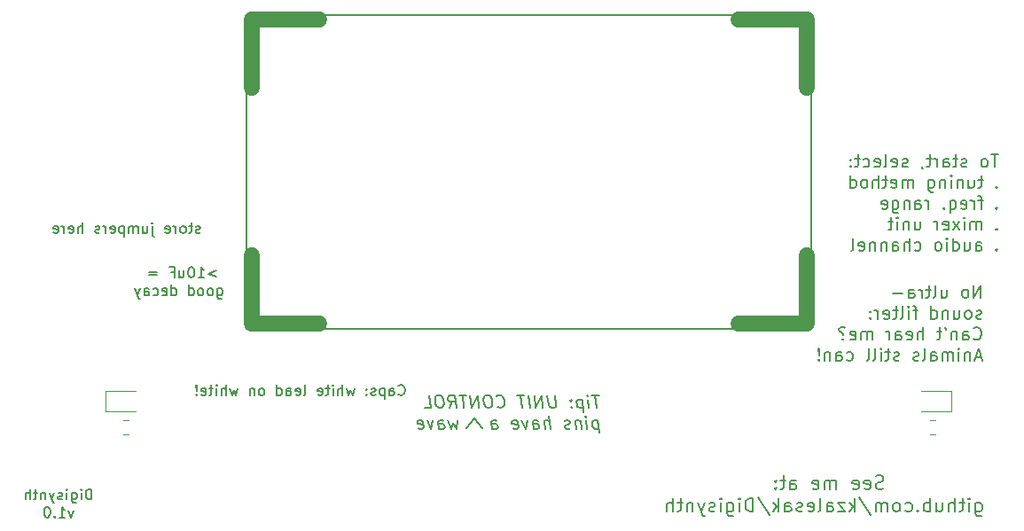
<source format=gbr>
G04 #@! TF.GenerationSoftware,KiCad,Pcbnew,(5.0.0)*
G04 #@! TF.CreationDate,2019-02-22T15:53:22+00:00*
G04 #@! TF.ProjectId,Digisynth,4469676973796E74682E6B696361645F,rev?*
G04 #@! TF.SameCoordinates,Original*
G04 #@! TF.FileFunction,Legend,Bot*
G04 #@! TF.FilePolarity,Positive*
%FSLAX46Y46*%
G04 Gerber Fmt 4.6, Leading zero omitted, Abs format (unit mm)*
G04 Created by KiCad (PCBNEW (5.0.0)) date 02/22/19 15:53:22*
%MOMM*%
%LPD*%
G01*
G04 APERTURE LIST*
%ADD10C,0.200000*%
%ADD11C,0.120000*%
%ADD12C,1.500000*%
%ADD13C,0.150000*%
G04 APERTURE END LIST*
D10*
X44700000Y-39100000D02*
X43900000Y-40000000D01*
X45500000Y-40000000D02*
X44700000Y-39100000D01*
X56598571Y-36842857D02*
X55912857Y-36842857D01*
X56405714Y-38042857D02*
X56255714Y-36842857D01*
X55662857Y-38042857D02*
X55562857Y-37242857D01*
X55512857Y-36842857D02*
X55577142Y-36900000D01*
X55527142Y-36957142D01*
X55462857Y-36900000D01*
X55512857Y-36842857D01*
X55527142Y-36957142D01*
X54991428Y-37242857D02*
X55141428Y-38442857D01*
X54998571Y-37300000D02*
X54877142Y-37242857D01*
X54648571Y-37242857D01*
X54541428Y-37300000D01*
X54491428Y-37357142D01*
X54448571Y-37471428D01*
X54491428Y-37814285D01*
X54562857Y-37928571D01*
X54627142Y-37985714D01*
X54748571Y-38042857D01*
X54977142Y-38042857D01*
X55084285Y-37985714D01*
X53991428Y-37928571D02*
X53941428Y-37985714D01*
X54005714Y-38042857D01*
X54055714Y-37985714D01*
X53991428Y-37928571D01*
X54005714Y-38042857D01*
X53912857Y-37300000D02*
X53862857Y-37357142D01*
X53927142Y-37414285D01*
X53977142Y-37357142D01*
X53912857Y-37300000D01*
X53927142Y-37414285D01*
X52370000Y-36842857D02*
X52491428Y-37814285D01*
X52448571Y-37928571D01*
X52398571Y-37985714D01*
X52291428Y-38042857D01*
X52062857Y-38042857D01*
X51941428Y-37985714D01*
X51877142Y-37928571D01*
X51805714Y-37814285D01*
X51684285Y-36842857D01*
X51262857Y-38042857D02*
X51112857Y-36842857D01*
X50577142Y-38042857D01*
X50427142Y-36842857D01*
X50005714Y-38042857D02*
X49855714Y-36842857D01*
X49455714Y-36842857D02*
X48770000Y-36842857D01*
X49262857Y-38042857D02*
X49112857Y-36842857D01*
X46905714Y-37928571D02*
X46970000Y-37985714D01*
X47148571Y-38042857D01*
X47262857Y-38042857D01*
X47427142Y-37985714D01*
X47527142Y-37871428D01*
X47570000Y-37757142D01*
X47598571Y-37528571D01*
X47577142Y-37357142D01*
X47491428Y-37128571D01*
X47420000Y-37014285D01*
X47291428Y-36900000D01*
X47112857Y-36842857D01*
X46998571Y-36842857D01*
X46834285Y-36900000D01*
X46784285Y-36957142D01*
X46027142Y-36842857D02*
X45798571Y-36842857D01*
X45691428Y-36900000D01*
X45591428Y-37014285D01*
X45562857Y-37242857D01*
X45612857Y-37642857D01*
X45698571Y-37871428D01*
X45827142Y-37985714D01*
X45948571Y-38042857D01*
X46177142Y-38042857D01*
X46284285Y-37985714D01*
X46384285Y-37871428D01*
X46412857Y-37642857D01*
X46362857Y-37242857D01*
X46277142Y-37014285D01*
X46148571Y-36900000D01*
X46027142Y-36842857D01*
X45148571Y-38042857D02*
X44998571Y-36842857D01*
X44462857Y-38042857D01*
X44312857Y-36842857D01*
X43912857Y-36842857D02*
X43227142Y-36842857D01*
X43720000Y-38042857D02*
X43570000Y-36842857D01*
X42291428Y-38042857D02*
X42620000Y-37471428D01*
X42977142Y-38042857D02*
X42827142Y-36842857D01*
X42370000Y-36842857D01*
X42262857Y-36900000D01*
X42212857Y-36957142D01*
X42170000Y-37071428D01*
X42191428Y-37242857D01*
X42262857Y-37357142D01*
X42327142Y-37414285D01*
X42448571Y-37471428D01*
X42905714Y-37471428D01*
X41398571Y-36842857D02*
X41170000Y-36842857D01*
X41062857Y-36900000D01*
X40962857Y-37014285D01*
X40934285Y-37242857D01*
X40984285Y-37642857D01*
X41070000Y-37871428D01*
X41198571Y-37985714D01*
X41320000Y-38042857D01*
X41548571Y-38042857D01*
X41655714Y-37985714D01*
X41755714Y-37871428D01*
X41784285Y-37642857D01*
X41734285Y-37242857D01*
X41648571Y-37014285D01*
X41520000Y-36900000D01*
X41398571Y-36842857D01*
X39948571Y-38042857D02*
X40520000Y-38042857D01*
X40370000Y-36842857D01*
X56477142Y-39242857D02*
X56627142Y-40442857D01*
X56484285Y-39300000D02*
X56362857Y-39242857D01*
X56134285Y-39242857D01*
X56027142Y-39300000D01*
X55977142Y-39357142D01*
X55934285Y-39471428D01*
X55977142Y-39814285D01*
X56048571Y-39928571D01*
X56112857Y-39985714D01*
X56234285Y-40042857D01*
X56462857Y-40042857D01*
X56570000Y-39985714D01*
X55491428Y-40042857D02*
X55391428Y-39242857D01*
X55341428Y-38842857D02*
X55405714Y-38900000D01*
X55355714Y-38957142D01*
X55291428Y-38900000D01*
X55341428Y-38842857D01*
X55355714Y-38957142D01*
X54820000Y-39242857D02*
X54920000Y-40042857D01*
X54834285Y-39357142D02*
X54769999Y-39300000D01*
X54648571Y-39242857D01*
X54477142Y-39242857D01*
X54369999Y-39300000D01*
X54327142Y-39414285D01*
X54405714Y-40042857D01*
X53884285Y-39985714D02*
X53777142Y-40042857D01*
X53548571Y-40042857D01*
X53427142Y-39985714D01*
X53355714Y-39871428D01*
X53348571Y-39814285D01*
X53391428Y-39700000D01*
X53498571Y-39642857D01*
X53670000Y-39642857D01*
X53777142Y-39585714D01*
X53819999Y-39471428D01*
X53812857Y-39414285D01*
X53741428Y-39300000D01*
X53620000Y-39242857D01*
X53448571Y-39242857D01*
X53341428Y-39300000D01*
X51948571Y-40042857D02*
X51798571Y-38842857D01*
X51434285Y-40042857D02*
X51355714Y-39414285D01*
X51398571Y-39300000D01*
X51505714Y-39242857D01*
X51677142Y-39242857D01*
X51798571Y-39300000D01*
X51862857Y-39357142D01*
X50348571Y-40042857D02*
X50270000Y-39414285D01*
X50312857Y-39300000D01*
X50420000Y-39242857D01*
X50648571Y-39242857D01*
X50770000Y-39300000D01*
X50341428Y-39985714D02*
X50462857Y-40042857D01*
X50748571Y-40042857D01*
X50855714Y-39985714D01*
X50898571Y-39871428D01*
X50884285Y-39757142D01*
X50812857Y-39642857D01*
X50691428Y-39585714D01*
X50405714Y-39585714D01*
X50284285Y-39528571D01*
X49791428Y-39242857D02*
X49605714Y-40042857D01*
X49220000Y-39242857D01*
X48398571Y-39985714D02*
X48520000Y-40042857D01*
X48748571Y-40042857D01*
X48855714Y-39985714D01*
X48898571Y-39871428D01*
X48841428Y-39414285D01*
X48770000Y-39300000D01*
X48648571Y-39242857D01*
X48420000Y-39242857D01*
X48312857Y-39300000D01*
X48270000Y-39414285D01*
X48284285Y-39528571D01*
X48870000Y-39642857D01*
X46405714Y-40042857D02*
X46327142Y-39414285D01*
X46369999Y-39300000D01*
X46477142Y-39242857D01*
X46705714Y-39242857D01*
X46827142Y-39300000D01*
X46398571Y-39985714D02*
X46519999Y-40042857D01*
X46805714Y-40042857D01*
X46912857Y-39985714D01*
X46955714Y-39871428D01*
X46941428Y-39757142D01*
X46869999Y-39642857D01*
X46748571Y-39585714D01*
X46462857Y-39585714D01*
X46341428Y-39528571D01*
X43105714Y-39242857D02*
X42977142Y-40042857D01*
X42677142Y-39471428D01*
X42519999Y-40042857D01*
X42191428Y-39242857D01*
X41319999Y-40042857D02*
X41241428Y-39414285D01*
X41284285Y-39300000D01*
X41391428Y-39242857D01*
X41619999Y-39242857D01*
X41741428Y-39300000D01*
X41312857Y-39985714D02*
X41434285Y-40042857D01*
X41719999Y-40042857D01*
X41827142Y-39985714D01*
X41869999Y-39871428D01*
X41855714Y-39757142D01*
X41784285Y-39642857D01*
X41662857Y-39585714D01*
X41377142Y-39585714D01*
X41255714Y-39528571D01*
X40762857Y-39242857D02*
X40577142Y-40042857D01*
X40191428Y-39242857D01*
X39369999Y-39985714D02*
X39491428Y-40042857D01*
X39719999Y-40042857D01*
X39827142Y-39985714D01*
X39869999Y-39871428D01*
X39812857Y-39414285D01*
X39741428Y-39300000D01*
X39619999Y-39242857D01*
X39391428Y-39242857D01*
X39284285Y-39300000D01*
X39241428Y-39414285D01*
X39255714Y-39528571D01*
X39841428Y-39642857D01*
X37453809Y-36757142D02*
X37501428Y-36804761D01*
X37644285Y-36852380D01*
X37739523Y-36852380D01*
X37882380Y-36804761D01*
X37977619Y-36709523D01*
X38025238Y-36614285D01*
X38072857Y-36423809D01*
X38072857Y-36280952D01*
X38025238Y-36090476D01*
X37977619Y-35995238D01*
X37882380Y-35900000D01*
X37739523Y-35852380D01*
X37644285Y-35852380D01*
X37501428Y-35900000D01*
X37453809Y-35947619D01*
X36596666Y-36852380D02*
X36596666Y-36328571D01*
X36644285Y-36233333D01*
X36739523Y-36185714D01*
X36930000Y-36185714D01*
X37025238Y-36233333D01*
X36596666Y-36804761D02*
X36691904Y-36852380D01*
X36930000Y-36852380D01*
X37025238Y-36804761D01*
X37072857Y-36709523D01*
X37072857Y-36614285D01*
X37025238Y-36519047D01*
X36930000Y-36471428D01*
X36691904Y-36471428D01*
X36596666Y-36423809D01*
X36120476Y-36185714D02*
X36120476Y-37185714D01*
X36120476Y-36233333D02*
X36025238Y-36185714D01*
X35834761Y-36185714D01*
X35739523Y-36233333D01*
X35691904Y-36280952D01*
X35644285Y-36376190D01*
X35644285Y-36661904D01*
X35691904Y-36757142D01*
X35739523Y-36804761D01*
X35834761Y-36852380D01*
X36025238Y-36852380D01*
X36120476Y-36804761D01*
X35263333Y-36804761D02*
X35168095Y-36852380D01*
X34977619Y-36852380D01*
X34882380Y-36804761D01*
X34834761Y-36709523D01*
X34834761Y-36661904D01*
X34882380Y-36566666D01*
X34977619Y-36519047D01*
X35120476Y-36519047D01*
X35215714Y-36471428D01*
X35263333Y-36376190D01*
X35263333Y-36328571D01*
X35215714Y-36233333D01*
X35120476Y-36185714D01*
X34977619Y-36185714D01*
X34882380Y-36233333D01*
X34406190Y-36757142D02*
X34358571Y-36804761D01*
X34406190Y-36852380D01*
X34453809Y-36804761D01*
X34406190Y-36757142D01*
X34406190Y-36852380D01*
X34406190Y-36233333D02*
X34358571Y-36280952D01*
X34406190Y-36328571D01*
X34453809Y-36280952D01*
X34406190Y-36233333D01*
X34406190Y-36328571D01*
X33263333Y-36185714D02*
X33072857Y-36852380D01*
X32882380Y-36376190D01*
X32691904Y-36852380D01*
X32501428Y-36185714D01*
X32120476Y-36852380D02*
X32120476Y-35852380D01*
X31691904Y-36852380D02*
X31691904Y-36328571D01*
X31739523Y-36233333D01*
X31834761Y-36185714D01*
X31977619Y-36185714D01*
X32072857Y-36233333D01*
X32120476Y-36280952D01*
X31215714Y-36852380D02*
X31215714Y-36185714D01*
X31215714Y-35852380D02*
X31263333Y-35900000D01*
X31215714Y-35947619D01*
X31168095Y-35900000D01*
X31215714Y-35852380D01*
X31215714Y-35947619D01*
X30882380Y-36185714D02*
X30501428Y-36185714D01*
X30739523Y-35852380D02*
X30739523Y-36709523D01*
X30691904Y-36804761D01*
X30596666Y-36852380D01*
X30501428Y-36852380D01*
X29787142Y-36804761D02*
X29882380Y-36852380D01*
X30072857Y-36852380D01*
X30168095Y-36804761D01*
X30215714Y-36709523D01*
X30215714Y-36328571D01*
X30168095Y-36233333D01*
X30072857Y-36185714D01*
X29882380Y-36185714D01*
X29787142Y-36233333D01*
X29739523Y-36328571D01*
X29739523Y-36423809D01*
X30215714Y-36519047D01*
X28406190Y-36852380D02*
X28501428Y-36804761D01*
X28549047Y-36709523D01*
X28549047Y-35852380D01*
X27644285Y-36804761D02*
X27739523Y-36852380D01*
X27930000Y-36852380D01*
X28025238Y-36804761D01*
X28072857Y-36709523D01*
X28072857Y-36328571D01*
X28025238Y-36233333D01*
X27930000Y-36185714D01*
X27739523Y-36185714D01*
X27644285Y-36233333D01*
X27596666Y-36328571D01*
X27596666Y-36423809D01*
X28072857Y-36519047D01*
X26739523Y-36852380D02*
X26739523Y-36328571D01*
X26787142Y-36233333D01*
X26882380Y-36185714D01*
X27072857Y-36185714D01*
X27168095Y-36233333D01*
X26739523Y-36804761D02*
X26834761Y-36852380D01*
X27072857Y-36852380D01*
X27168095Y-36804761D01*
X27215714Y-36709523D01*
X27215714Y-36614285D01*
X27168095Y-36519047D01*
X27072857Y-36471428D01*
X26834761Y-36471428D01*
X26739523Y-36423809D01*
X25834761Y-36852380D02*
X25834761Y-35852380D01*
X25834761Y-36804761D02*
X25930000Y-36852380D01*
X26120476Y-36852380D01*
X26215714Y-36804761D01*
X26263333Y-36757142D01*
X26310952Y-36661904D01*
X26310952Y-36376190D01*
X26263333Y-36280952D01*
X26215714Y-36233333D01*
X26120476Y-36185714D01*
X25930000Y-36185714D01*
X25834761Y-36233333D01*
X24453809Y-36852380D02*
X24549047Y-36804761D01*
X24596666Y-36757142D01*
X24644285Y-36661904D01*
X24644285Y-36376190D01*
X24596666Y-36280952D01*
X24549047Y-36233333D01*
X24453809Y-36185714D01*
X24310952Y-36185714D01*
X24215714Y-36233333D01*
X24168095Y-36280952D01*
X24120476Y-36376190D01*
X24120476Y-36661904D01*
X24168095Y-36757142D01*
X24215714Y-36804761D01*
X24310952Y-36852380D01*
X24453809Y-36852380D01*
X23691904Y-36185714D02*
X23691904Y-36852380D01*
X23691904Y-36280952D02*
X23644285Y-36233333D01*
X23549047Y-36185714D01*
X23406190Y-36185714D01*
X23310952Y-36233333D01*
X23263333Y-36328571D01*
X23263333Y-36852380D01*
X22120476Y-36185714D02*
X21930000Y-36852380D01*
X21739523Y-36376190D01*
X21549047Y-36852380D01*
X21358571Y-36185714D01*
X20977619Y-36852380D02*
X20977619Y-35852380D01*
X20549047Y-36852380D02*
X20549047Y-36328571D01*
X20596666Y-36233333D01*
X20691904Y-36185714D01*
X20834761Y-36185714D01*
X20930000Y-36233333D01*
X20977619Y-36280952D01*
X20072857Y-36852380D02*
X20072857Y-36185714D01*
X20072857Y-35852380D02*
X20120476Y-35900000D01*
X20072857Y-35947619D01*
X20025238Y-35900000D01*
X20072857Y-35852380D01*
X20072857Y-35947619D01*
X19739523Y-36185714D02*
X19358571Y-36185714D01*
X19596666Y-35852380D02*
X19596666Y-36709523D01*
X19549047Y-36804761D01*
X19453809Y-36852380D01*
X19358571Y-36852380D01*
X18644285Y-36804761D02*
X18739523Y-36852380D01*
X18930000Y-36852380D01*
X19025238Y-36804761D01*
X19072857Y-36709523D01*
X19072857Y-36328571D01*
X19025238Y-36233333D01*
X18930000Y-36185714D01*
X18739523Y-36185714D01*
X18644285Y-36233333D01*
X18596666Y-36328571D01*
X18596666Y-36423809D01*
X19072857Y-36519047D01*
X18168095Y-36757142D02*
X18120476Y-36804761D01*
X18168095Y-36852380D01*
X18215714Y-36804761D01*
X18168095Y-36757142D01*
X18168095Y-36852380D01*
X18168095Y-36471428D02*
X18215714Y-35900000D01*
X18168095Y-35852380D01*
X18120476Y-35900000D01*
X18168095Y-36471428D01*
X18168095Y-35852380D01*
X93084285Y-27542857D02*
X93084285Y-26342857D01*
X92398571Y-27542857D01*
X92398571Y-26342857D01*
X91655714Y-27542857D02*
X91770000Y-27485714D01*
X91827142Y-27428571D01*
X91884285Y-27314285D01*
X91884285Y-26971428D01*
X91827142Y-26857142D01*
X91770000Y-26800000D01*
X91655714Y-26742857D01*
X91484285Y-26742857D01*
X91370000Y-26800000D01*
X91312857Y-26857142D01*
X91255714Y-26971428D01*
X91255714Y-27314285D01*
X91312857Y-27428571D01*
X91370000Y-27485714D01*
X91484285Y-27542857D01*
X91655714Y-27542857D01*
X89312857Y-26742857D02*
X89312857Y-27542857D01*
X89827142Y-26742857D02*
X89827142Y-27371428D01*
X89770000Y-27485714D01*
X89655714Y-27542857D01*
X89484285Y-27542857D01*
X89370000Y-27485714D01*
X89312857Y-27428571D01*
X88570000Y-27542857D02*
X88684285Y-27485714D01*
X88741428Y-27371428D01*
X88741428Y-26342857D01*
X88284285Y-26742857D02*
X87827142Y-26742857D01*
X88112857Y-26342857D02*
X88112857Y-27371428D01*
X88055714Y-27485714D01*
X87941428Y-27542857D01*
X87827142Y-27542857D01*
X87427142Y-27542857D02*
X87427142Y-26742857D01*
X87427142Y-26971428D02*
X87370000Y-26857142D01*
X87312857Y-26800000D01*
X87198571Y-26742857D01*
X87084285Y-26742857D01*
X86170000Y-27542857D02*
X86170000Y-26914285D01*
X86227142Y-26800000D01*
X86341428Y-26742857D01*
X86570000Y-26742857D01*
X86684285Y-26800000D01*
X86170000Y-27485714D02*
X86284285Y-27542857D01*
X86570000Y-27542857D01*
X86684285Y-27485714D01*
X86741428Y-27371428D01*
X86741428Y-27257142D01*
X86684285Y-27142857D01*
X86570000Y-27085714D01*
X86284285Y-27085714D01*
X86170000Y-27028571D01*
X85598571Y-27085714D02*
X84684285Y-27085714D01*
X93141428Y-29485714D02*
X93027142Y-29542857D01*
X92798571Y-29542857D01*
X92684285Y-29485714D01*
X92627142Y-29371428D01*
X92627142Y-29314285D01*
X92684285Y-29200000D01*
X92798571Y-29142857D01*
X92970000Y-29142857D01*
X93084285Y-29085714D01*
X93141428Y-28971428D01*
X93141428Y-28914285D01*
X93084285Y-28800000D01*
X92970000Y-28742857D01*
X92798571Y-28742857D01*
X92684285Y-28800000D01*
X91941428Y-29542857D02*
X92055714Y-29485714D01*
X92112857Y-29428571D01*
X92170000Y-29314285D01*
X92170000Y-28971428D01*
X92112857Y-28857142D01*
X92055714Y-28800000D01*
X91941428Y-28742857D01*
X91770000Y-28742857D01*
X91655714Y-28800000D01*
X91598571Y-28857142D01*
X91541428Y-28971428D01*
X91541428Y-29314285D01*
X91598571Y-29428571D01*
X91655714Y-29485714D01*
X91770000Y-29542857D01*
X91941428Y-29542857D01*
X90512857Y-28742857D02*
X90512857Y-29542857D01*
X91027142Y-28742857D02*
X91027142Y-29371428D01*
X90970000Y-29485714D01*
X90855714Y-29542857D01*
X90684285Y-29542857D01*
X90570000Y-29485714D01*
X90512857Y-29428571D01*
X89941428Y-28742857D02*
X89941428Y-29542857D01*
X89941428Y-28857142D02*
X89884285Y-28800000D01*
X89770000Y-28742857D01*
X89598571Y-28742857D01*
X89484285Y-28800000D01*
X89427142Y-28914285D01*
X89427142Y-29542857D01*
X88341428Y-29542857D02*
X88341428Y-28342857D01*
X88341428Y-29485714D02*
X88455714Y-29542857D01*
X88684285Y-29542857D01*
X88798571Y-29485714D01*
X88855714Y-29428571D01*
X88912857Y-29314285D01*
X88912857Y-28971428D01*
X88855714Y-28857142D01*
X88798571Y-28800000D01*
X88684285Y-28742857D01*
X88455714Y-28742857D01*
X88341428Y-28800000D01*
X87027142Y-28742857D02*
X86570000Y-28742857D01*
X86855714Y-29542857D02*
X86855714Y-28514285D01*
X86798571Y-28400000D01*
X86684285Y-28342857D01*
X86570000Y-28342857D01*
X86170000Y-29542857D02*
X86170000Y-28742857D01*
X86170000Y-28342857D02*
X86227142Y-28400000D01*
X86170000Y-28457142D01*
X86112857Y-28400000D01*
X86170000Y-28342857D01*
X86170000Y-28457142D01*
X85427142Y-29542857D02*
X85541428Y-29485714D01*
X85598571Y-29371428D01*
X85598571Y-28342857D01*
X85141428Y-28742857D02*
X84684285Y-28742857D01*
X84970000Y-28342857D02*
X84970000Y-29371428D01*
X84912857Y-29485714D01*
X84798571Y-29542857D01*
X84684285Y-29542857D01*
X83827142Y-29485714D02*
X83941428Y-29542857D01*
X84170000Y-29542857D01*
X84284285Y-29485714D01*
X84341428Y-29371428D01*
X84341428Y-28914285D01*
X84284285Y-28800000D01*
X84170000Y-28742857D01*
X83941428Y-28742857D01*
X83827142Y-28800000D01*
X83770000Y-28914285D01*
X83770000Y-29028571D01*
X84341428Y-29142857D01*
X83255714Y-29542857D02*
X83255714Y-28742857D01*
X83255714Y-28971428D02*
X83198571Y-28857142D01*
X83141428Y-28800000D01*
X83027142Y-28742857D01*
X82912857Y-28742857D01*
X82512857Y-29428571D02*
X82455714Y-29485714D01*
X82512857Y-29542857D01*
X82570000Y-29485714D01*
X82512857Y-29428571D01*
X82512857Y-29542857D01*
X82512857Y-28800000D02*
X82455714Y-28857142D01*
X82512857Y-28914285D01*
X82570000Y-28857142D01*
X82512857Y-28800000D01*
X82512857Y-28914285D01*
X92398571Y-31428571D02*
X92455714Y-31485714D01*
X92627142Y-31542857D01*
X92741428Y-31542857D01*
X92912857Y-31485714D01*
X93027142Y-31371428D01*
X93084285Y-31257142D01*
X93141428Y-31028571D01*
X93141428Y-30857142D01*
X93084285Y-30628571D01*
X93027142Y-30514285D01*
X92912857Y-30400000D01*
X92741428Y-30342857D01*
X92627142Y-30342857D01*
X92455714Y-30400000D01*
X92398571Y-30457142D01*
X91370000Y-31542857D02*
X91370000Y-30914285D01*
X91427142Y-30800000D01*
X91541428Y-30742857D01*
X91770000Y-30742857D01*
X91884285Y-30800000D01*
X91370000Y-31485714D02*
X91484285Y-31542857D01*
X91770000Y-31542857D01*
X91884285Y-31485714D01*
X91941428Y-31371428D01*
X91941428Y-31257142D01*
X91884285Y-31142857D01*
X91770000Y-31085714D01*
X91484285Y-31085714D01*
X91370000Y-31028571D01*
X90798571Y-30742857D02*
X90798571Y-31542857D01*
X90798571Y-30857142D02*
X90741428Y-30800000D01*
X90627142Y-30742857D01*
X90455714Y-30742857D01*
X90341428Y-30800000D01*
X90284285Y-30914285D01*
X90284285Y-31542857D01*
X89655714Y-30342857D02*
X89770000Y-30571428D01*
X89312857Y-30742857D02*
X88855714Y-30742857D01*
X89141428Y-30342857D02*
X89141428Y-31371428D01*
X89084285Y-31485714D01*
X88970000Y-31542857D01*
X88855714Y-31542857D01*
X87541428Y-31542857D02*
X87541428Y-30342857D01*
X87027142Y-31542857D02*
X87027142Y-30914285D01*
X87084285Y-30800000D01*
X87198571Y-30742857D01*
X87370000Y-30742857D01*
X87484285Y-30800000D01*
X87541428Y-30857142D01*
X85998571Y-31485714D02*
X86112857Y-31542857D01*
X86341428Y-31542857D01*
X86455714Y-31485714D01*
X86512857Y-31371428D01*
X86512857Y-30914285D01*
X86455714Y-30800000D01*
X86341428Y-30742857D01*
X86112857Y-30742857D01*
X85998571Y-30800000D01*
X85941428Y-30914285D01*
X85941428Y-31028571D01*
X86512857Y-31142857D01*
X84912857Y-31542857D02*
X84912857Y-30914285D01*
X84970000Y-30800000D01*
X85084285Y-30742857D01*
X85312857Y-30742857D01*
X85427142Y-30800000D01*
X84912857Y-31485714D02*
X85027142Y-31542857D01*
X85312857Y-31542857D01*
X85427142Y-31485714D01*
X85484285Y-31371428D01*
X85484285Y-31257142D01*
X85427142Y-31142857D01*
X85312857Y-31085714D01*
X85027142Y-31085714D01*
X84912857Y-31028571D01*
X84341428Y-31542857D02*
X84341428Y-30742857D01*
X84341428Y-30971428D02*
X84284285Y-30857142D01*
X84227142Y-30800000D01*
X84112857Y-30742857D01*
X83998571Y-30742857D01*
X82684285Y-31542857D02*
X82684285Y-30742857D01*
X82684285Y-30857142D02*
X82627142Y-30800000D01*
X82512857Y-30742857D01*
X82341428Y-30742857D01*
X82227142Y-30800000D01*
X82170000Y-30914285D01*
X82170000Y-31542857D01*
X82170000Y-30914285D02*
X82112857Y-30800000D01*
X81998571Y-30742857D01*
X81827142Y-30742857D01*
X81712857Y-30800000D01*
X81655714Y-30914285D01*
X81655714Y-31542857D01*
X80627142Y-31485714D02*
X80741428Y-31542857D01*
X80970000Y-31542857D01*
X81084285Y-31485714D01*
X81141428Y-31371428D01*
X81141428Y-30914285D01*
X81084285Y-30800000D01*
X80970000Y-30742857D01*
X80741428Y-30742857D01*
X80627142Y-30800000D01*
X80570000Y-30914285D01*
X80570000Y-31028571D01*
X81141428Y-31142857D01*
X79884285Y-31428571D02*
X79827142Y-31485714D01*
X79884285Y-31542857D01*
X79941428Y-31485714D01*
X79884285Y-31428571D01*
X79884285Y-31542857D01*
X80112857Y-30400000D02*
X79998571Y-30342857D01*
X79712857Y-30342857D01*
X79598571Y-30400000D01*
X79541428Y-30514285D01*
X79541428Y-30628571D01*
X79598571Y-30742857D01*
X79655714Y-30800000D01*
X79770000Y-30857142D01*
X79827142Y-30914285D01*
X79884285Y-31028571D01*
X79884285Y-31085714D01*
X93141428Y-33200000D02*
X92570000Y-33200000D01*
X93255714Y-33542857D02*
X92855714Y-32342857D01*
X92455714Y-33542857D01*
X92055714Y-32742857D02*
X92055714Y-33542857D01*
X92055714Y-32857142D02*
X91998571Y-32800000D01*
X91884285Y-32742857D01*
X91712857Y-32742857D01*
X91598571Y-32800000D01*
X91541428Y-32914285D01*
X91541428Y-33542857D01*
X90970000Y-33542857D02*
X90970000Y-32742857D01*
X90970000Y-32342857D02*
X91027142Y-32400000D01*
X90970000Y-32457142D01*
X90912857Y-32400000D01*
X90970000Y-32342857D01*
X90970000Y-32457142D01*
X90398571Y-33542857D02*
X90398571Y-32742857D01*
X90398571Y-32857142D02*
X90341428Y-32800000D01*
X90227142Y-32742857D01*
X90055714Y-32742857D01*
X89941428Y-32800000D01*
X89884285Y-32914285D01*
X89884285Y-33542857D01*
X89884285Y-32914285D02*
X89827142Y-32800000D01*
X89712857Y-32742857D01*
X89541428Y-32742857D01*
X89427142Y-32800000D01*
X89370000Y-32914285D01*
X89370000Y-33542857D01*
X88284285Y-33542857D02*
X88284285Y-32914285D01*
X88341428Y-32800000D01*
X88455714Y-32742857D01*
X88684285Y-32742857D01*
X88798571Y-32800000D01*
X88284285Y-33485714D02*
X88398571Y-33542857D01*
X88684285Y-33542857D01*
X88798571Y-33485714D01*
X88855714Y-33371428D01*
X88855714Y-33257142D01*
X88798571Y-33142857D01*
X88684285Y-33085714D01*
X88398571Y-33085714D01*
X88284285Y-33028571D01*
X87541428Y-33542857D02*
X87655714Y-33485714D01*
X87712857Y-33371428D01*
X87712857Y-32342857D01*
X87141428Y-33485714D02*
X87027142Y-33542857D01*
X86798571Y-33542857D01*
X86684285Y-33485714D01*
X86627142Y-33371428D01*
X86627142Y-33314285D01*
X86684285Y-33200000D01*
X86798571Y-33142857D01*
X86970000Y-33142857D01*
X87084285Y-33085714D01*
X87141428Y-32971428D01*
X87141428Y-32914285D01*
X87084285Y-32800000D01*
X86970000Y-32742857D01*
X86798571Y-32742857D01*
X86684285Y-32800000D01*
X85255714Y-33485714D02*
X85141428Y-33542857D01*
X84912857Y-33542857D01*
X84798571Y-33485714D01*
X84741428Y-33371428D01*
X84741428Y-33314285D01*
X84798571Y-33200000D01*
X84912857Y-33142857D01*
X85084285Y-33142857D01*
X85198571Y-33085714D01*
X85255714Y-32971428D01*
X85255714Y-32914285D01*
X85198571Y-32800000D01*
X85084285Y-32742857D01*
X84912857Y-32742857D01*
X84798571Y-32800000D01*
X84398571Y-32742857D02*
X83941428Y-32742857D01*
X84227142Y-32342857D02*
X84227142Y-33371428D01*
X84170000Y-33485714D01*
X84055714Y-33542857D01*
X83941428Y-33542857D01*
X83541428Y-33542857D02*
X83541428Y-32742857D01*
X83541428Y-32342857D02*
X83598571Y-32400000D01*
X83541428Y-32457142D01*
X83484285Y-32400000D01*
X83541428Y-32342857D01*
X83541428Y-32457142D01*
X82798571Y-33542857D02*
X82912857Y-33485714D01*
X82970000Y-33371428D01*
X82970000Y-32342857D01*
X82170000Y-33542857D02*
X82284285Y-33485714D01*
X82341428Y-33371428D01*
X82341428Y-32342857D01*
X80284285Y-33485714D02*
X80398571Y-33542857D01*
X80627142Y-33542857D01*
X80741428Y-33485714D01*
X80798571Y-33428571D01*
X80855714Y-33314285D01*
X80855714Y-32971428D01*
X80798571Y-32857142D01*
X80741428Y-32800000D01*
X80627142Y-32742857D01*
X80398571Y-32742857D01*
X80284285Y-32800000D01*
X79255714Y-33542857D02*
X79255714Y-32914285D01*
X79312857Y-32800000D01*
X79427142Y-32742857D01*
X79655714Y-32742857D01*
X79770000Y-32800000D01*
X79255714Y-33485714D02*
X79370000Y-33542857D01*
X79655714Y-33542857D01*
X79770000Y-33485714D01*
X79827142Y-33371428D01*
X79827142Y-33257142D01*
X79770000Y-33142857D01*
X79655714Y-33085714D01*
X79370000Y-33085714D01*
X79255714Y-33028571D01*
X78684285Y-32742857D02*
X78684285Y-33542857D01*
X78684285Y-32857142D02*
X78627142Y-32800000D01*
X78512857Y-32742857D01*
X78341428Y-32742857D01*
X78227142Y-32800000D01*
X78170000Y-32914285D01*
X78170000Y-33542857D01*
X77598571Y-33428571D02*
X77541428Y-33485714D01*
X77598571Y-33542857D01*
X77655714Y-33485714D01*
X77598571Y-33428571D01*
X77598571Y-33542857D01*
X77598571Y-33085714D02*
X77655714Y-32400000D01*
X77598571Y-32342857D01*
X77541428Y-32400000D01*
X77598571Y-33085714D01*
X77598571Y-32342857D01*
X94755714Y-13842857D02*
X94070000Y-13842857D01*
X94412857Y-15042857D02*
X94412857Y-13842857D01*
X93498571Y-15042857D02*
X93612857Y-14985714D01*
X93670000Y-14928571D01*
X93727142Y-14814285D01*
X93727142Y-14471428D01*
X93670000Y-14357142D01*
X93612857Y-14300000D01*
X93498571Y-14242857D01*
X93327142Y-14242857D01*
X93212857Y-14300000D01*
X93155714Y-14357142D01*
X93098571Y-14471428D01*
X93098571Y-14814285D01*
X93155714Y-14928571D01*
X93212857Y-14985714D01*
X93327142Y-15042857D01*
X93498571Y-15042857D01*
X91727142Y-14985714D02*
X91612857Y-15042857D01*
X91384285Y-15042857D01*
X91270000Y-14985714D01*
X91212857Y-14871428D01*
X91212857Y-14814285D01*
X91270000Y-14700000D01*
X91384285Y-14642857D01*
X91555714Y-14642857D01*
X91670000Y-14585714D01*
X91727142Y-14471428D01*
X91727142Y-14414285D01*
X91670000Y-14300000D01*
X91555714Y-14242857D01*
X91384285Y-14242857D01*
X91270000Y-14300000D01*
X90870000Y-14242857D02*
X90412857Y-14242857D01*
X90698571Y-13842857D02*
X90698571Y-14871428D01*
X90641428Y-14985714D01*
X90527142Y-15042857D01*
X90412857Y-15042857D01*
X89498571Y-15042857D02*
X89498571Y-14414285D01*
X89555714Y-14300000D01*
X89670000Y-14242857D01*
X89898571Y-14242857D01*
X90012857Y-14300000D01*
X89498571Y-14985714D02*
X89612857Y-15042857D01*
X89898571Y-15042857D01*
X90012857Y-14985714D01*
X90070000Y-14871428D01*
X90070000Y-14757142D01*
X90012857Y-14642857D01*
X89898571Y-14585714D01*
X89612857Y-14585714D01*
X89498571Y-14528571D01*
X88927142Y-15042857D02*
X88927142Y-14242857D01*
X88927142Y-14471428D02*
X88870000Y-14357142D01*
X88812857Y-14300000D01*
X88698571Y-14242857D01*
X88584285Y-14242857D01*
X88355714Y-14242857D02*
X87898571Y-14242857D01*
X88184285Y-13842857D02*
X88184285Y-14871428D01*
X88127142Y-14985714D01*
X88012857Y-15042857D01*
X87898571Y-15042857D01*
X87441428Y-14985714D02*
X87441428Y-15042857D01*
X87498571Y-15157142D01*
X87555714Y-15214285D01*
X86070000Y-14985714D02*
X85955714Y-15042857D01*
X85727142Y-15042857D01*
X85612857Y-14985714D01*
X85555714Y-14871428D01*
X85555714Y-14814285D01*
X85612857Y-14700000D01*
X85727142Y-14642857D01*
X85898571Y-14642857D01*
X86012857Y-14585714D01*
X86070000Y-14471428D01*
X86070000Y-14414285D01*
X86012857Y-14300000D01*
X85898571Y-14242857D01*
X85727142Y-14242857D01*
X85612857Y-14300000D01*
X84584285Y-14985714D02*
X84698571Y-15042857D01*
X84927142Y-15042857D01*
X85041428Y-14985714D01*
X85098571Y-14871428D01*
X85098571Y-14414285D01*
X85041428Y-14300000D01*
X84927142Y-14242857D01*
X84698571Y-14242857D01*
X84584285Y-14300000D01*
X84527142Y-14414285D01*
X84527142Y-14528571D01*
X85098571Y-14642857D01*
X83841428Y-15042857D02*
X83955714Y-14985714D01*
X84012857Y-14871428D01*
X84012857Y-13842857D01*
X82927142Y-14985714D02*
X83041428Y-15042857D01*
X83270000Y-15042857D01*
X83384285Y-14985714D01*
X83441428Y-14871428D01*
X83441428Y-14414285D01*
X83384285Y-14300000D01*
X83270000Y-14242857D01*
X83041428Y-14242857D01*
X82927142Y-14300000D01*
X82870000Y-14414285D01*
X82870000Y-14528571D01*
X83441428Y-14642857D01*
X81841428Y-14985714D02*
X81955714Y-15042857D01*
X82184285Y-15042857D01*
X82298571Y-14985714D01*
X82355714Y-14928571D01*
X82412857Y-14814285D01*
X82412857Y-14471428D01*
X82355714Y-14357142D01*
X82298571Y-14300000D01*
X82184285Y-14242857D01*
X81955714Y-14242857D01*
X81841428Y-14300000D01*
X81498571Y-14242857D02*
X81041428Y-14242857D01*
X81327142Y-13842857D02*
X81327142Y-14871428D01*
X81270000Y-14985714D01*
X81155714Y-15042857D01*
X81041428Y-15042857D01*
X80641428Y-14928571D02*
X80584285Y-14985714D01*
X80641428Y-15042857D01*
X80698571Y-14985714D01*
X80641428Y-14928571D01*
X80641428Y-15042857D01*
X80641428Y-14300000D02*
X80584285Y-14357142D01*
X80641428Y-14414285D01*
X80698571Y-14357142D01*
X80641428Y-14300000D01*
X80641428Y-14414285D01*
X94584285Y-16928571D02*
X94527142Y-16985714D01*
X94584285Y-17042857D01*
X94641428Y-16985714D01*
X94584285Y-16928571D01*
X94584285Y-17042857D01*
X93270000Y-16242857D02*
X92812857Y-16242857D01*
X93098571Y-15842857D02*
X93098571Y-16871428D01*
X93041428Y-16985714D01*
X92927142Y-17042857D01*
X92812857Y-17042857D01*
X91898571Y-16242857D02*
X91898571Y-17042857D01*
X92412857Y-16242857D02*
X92412857Y-16871428D01*
X92355714Y-16985714D01*
X92241428Y-17042857D01*
X92070000Y-17042857D01*
X91955714Y-16985714D01*
X91898571Y-16928571D01*
X91327142Y-16242857D02*
X91327142Y-17042857D01*
X91327142Y-16357142D02*
X91270000Y-16300000D01*
X91155714Y-16242857D01*
X90984285Y-16242857D01*
X90870000Y-16300000D01*
X90812857Y-16414285D01*
X90812857Y-17042857D01*
X90241428Y-17042857D02*
X90241428Y-16242857D01*
X90241428Y-15842857D02*
X90298571Y-15900000D01*
X90241428Y-15957142D01*
X90184285Y-15900000D01*
X90241428Y-15842857D01*
X90241428Y-15957142D01*
X89670000Y-16242857D02*
X89670000Y-17042857D01*
X89670000Y-16357142D02*
X89612857Y-16300000D01*
X89498571Y-16242857D01*
X89327142Y-16242857D01*
X89212857Y-16300000D01*
X89155714Y-16414285D01*
X89155714Y-17042857D01*
X88070000Y-16242857D02*
X88070000Y-17214285D01*
X88127142Y-17328571D01*
X88184285Y-17385714D01*
X88298571Y-17442857D01*
X88470000Y-17442857D01*
X88584285Y-17385714D01*
X88070000Y-16985714D02*
X88184285Y-17042857D01*
X88412857Y-17042857D01*
X88527142Y-16985714D01*
X88584285Y-16928571D01*
X88641428Y-16814285D01*
X88641428Y-16471428D01*
X88584285Y-16357142D01*
X88527142Y-16300000D01*
X88412857Y-16242857D01*
X88184285Y-16242857D01*
X88070000Y-16300000D01*
X86584285Y-17042857D02*
X86584285Y-16242857D01*
X86584285Y-16357142D02*
X86527142Y-16300000D01*
X86412857Y-16242857D01*
X86241428Y-16242857D01*
X86127142Y-16300000D01*
X86070000Y-16414285D01*
X86070000Y-17042857D01*
X86070000Y-16414285D02*
X86012857Y-16300000D01*
X85898571Y-16242857D01*
X85727142Y-16242857D01*
X85612857Y-16300000D01*
X85555714Y-16414285D01*
X85555714Y-17042857D01*
X84527142Y-16985714D02*
X84641428Y-17042857D01*
X84870000Y-17042857D01*
X84984285Y-16985714D01*
X85041428Y-16871428D01*
X85041428Y-16414285D01*
X84984285Y-16300000D01*
X84870000Y-16242857D01*
X84641428Y-16242857D01*
X84527142Y-16300000D01*
X84470000Y-16414285D01*
X84470000Y-16528571D01*
X85041428Y-16642857D01*
X84127142Y-16242857D02*
X83670000Y-16242857D01*
X83955714Y-15842857D02*
X83955714Y-16871428D01*
X83898571Y-16985714D01*
X83784285Y-17042857D01*
X83670000Y-17042857D01*
X83270000Y-17042857D02*
X83270000Y-15842857D01*
X82755714Y-17042857D02*
X82755714Y-16414285D01*
X82812857Y-16300000D01*
X82927142Y-16242857D01*
X83098571Y-16242857D01*
X83212857Y-16300000D01*
X83270000Y-16357142D01*
X82012857Y-17042857D02*
X82127142Y-16985714D01*
X82184285Y-16928571D01*
X82241428Y-16814285D01*
X82241428Y-16471428D01*
X82184285Y-16357142D01*
X82127142Y-16300000D01*
X82012857Y-16242857D01*
X81841428Y-16242857D01*
X81727142Y-16300000D01*
X81670000Y-16357142D01*
X81612857Y-16471428D01*
X81612857Y-16814285D01*
X81670000Y-16928571D01*
X81727142Y-16985714D01*
X81841428Y-17042857D01*
X82012857Y-17042857D01*
X80584285Y-17042857D02*
X80584285Y-15842857D01*
X80584285Y-16985714D02*
X80698571Y-17042857D01*
X80927142Y-17042857D01*
X81041428Y-16985714D01*
X81098571Y-16928571D01*
X81155714Y-16814285D01*
X81155714Y-16471428D01*
X81098571Y-16357142D01*
X81041428Y-16300000D01*
X80927142Y-16242857D01*
X80698571Y-16242857D01*
X80584285Y-16300000D01*
X94584285Y-18928571D02*
X94527142Y-18985714D01*
X94584285Y-19042857D01*
X94641428Y-18985714D01*
X94584285Y-18928571D01*
X94584285Y-19042857D01*
X93270000Y-18242857D02*
X92812857Y-18242857D01*
X93098571Y-19042857D02*
X93098571Y-18014285D01*
X93041428Y-17900000D01*
X92927142Y-17842857D01*
X92812857Y-17842857D01*
X92412857Y-19042857D02*
X92412857Y-18242857D01*
X92412857Y-18471428D02*
X92355714Y-18357142D01*
X92298571Y-18300000D01*
X92184285Y-18242857D01*
X92070000Y-18242857D01*
X91212857Y-18985714D02*
X91327142Y-19042857D01*
X91555714Y-19042857D01*
X91670000Y-18985714D01*
X91727142Y-18871428D01*
X91727142Y-18414285D01*
X91670000Y-18300000D01*
X91555714Y-18242857D01*
X91327142Y-18242857D01*
X91212857Y-18300000D01*
X91155714Y-18414285D01*
X91155714Y-18528571D01*
X91727142Y-18642857D01*
X90127142Y-18242857D02*
X90127142Y-19442857D01*
X90127142Y-18985714D02*
X90241428Y-19042857D01*
X90470000Y-19042857D01*
X90584285Y-18985714D01*
X90641428Y-18928571D01*
X90698571Y-18814285D01*
X90698571Y-18471428D01*
X90641428Y-18357142D01*
X90584285Y-18300000D01*
X90470000Y-18242857D01*
X90241428Y-18242857D01*
X90127142Y-18300000D01*
X89555714Y-18928571D02*
X89498571Y-18985714D01*
X89555714Y-19042857D01*
X89612857Y-18985714D01*
X89555714Y-18928571D01*
X89555714Y-19042857D01*
X88070000Y-19042857D02*
X88070000Y-18242857D01*
X88070000Y-18471428D02*
X88012857Y-18357142D01*
X87955714Y-18300000D01*
X87841428Y-18242857D01*
X87727142Y-18242857D01*
X86812857Y-19042857D02*
X86812857Y-18414285D01*
X86870000Y-18300000D01*
X86984285Y-18242857D01*
X87212857Y-18242857D01*
X87327142Y-18300000D01*
X86812857Y-18985714D02*
X86927142Y-19042857D01*
X87212857Y-19042857D01*
X87327142Y-18985714D01*
X87384285Y-18871428D01*
X87384285Y-18757142D01*
X87327142Y-18642857D01*
X87212857Y-18585714D01*
X86927142Y-18585714D01*
X86812857Y-18528571D01*
X86241428Y-18242857D02*
X86241428Y-19042857D01*
X86241428Y-18357142D02*
X86184285Y-18300000D01*
X86070000Y-18242857D01*
X85898571Y-18242857D01*
X85784285Y-18300000D01*
X85727142Y-18414285D01*
X85727142Y-19042857D01*
X84641428Y-18242857D02*
X84641428Y-19214285D01*
X84698571Y-19328571D01*
X84755714Y-19385714D01*
X84870000Y-19442857D01*
X85041428Y-19442857D01*
X85155714Y-19385714D01*
X84641428Y-18985714D02*
X84755714Y-19042857D01*
X84984285Y-19042857D01*
X85098571Y-18985714D01*
X85155714Y-18928571D01*
X85212857Y-18814285D01*
X85212857Y-18471428D01*
X85155714Y-18357142D01*
X85098571Y-18300000D01*
X84984285Y-18242857D01*
X84755714Y-18242857D01*
X84641428Y-18300000D01*
X83612857Y-18985714D02*
X83727142Y-19042857D01*
X83955714Y-19042857D01*
X84070000Y-18985714D01*
X84127142Y-18871428D01*
X84127142Y-18414285D01*
X84070000Y-18300000D01*
X83955714Y-18242857D01*
X83727142Y-18242857D01*
X83612857Y-18300000D01*
X83555714Y-18414285D01*
X83555714Y-18528571D01*
X84127142Y-18642857D01*
X94584285Y-20928571D02*
X94527142Y-20985714D01*
X94584285Y-21042857D01*
X94641428Y-20985714D01*
X94584285Y-20928571D01*
X94584285Y-21042857D01*
X93098571Y-21042857D02*
X93098571Y-20242857D01*
X93098571Y-20357142D02*
X93041428Y-20300000D01*
X92927142Y-20242857D01*
X92755714Y-20242857D01*
X92641428Y-20300000D01*
X92584285Y-20414285D01*
X92584285Y-21042857D01*
X92584285Y-20414285D02*
X92527142Y-20300000D01*
X92412857Y-20242857D01*
X92241428Y-20242857D01*
X92127142Y-20300000D01*
X92070000Y-20414285D01*
X92070000Y-21042857D01*
X91498571Y-21042857D02*
X91498571Y-20242857D01*
X91498571Y-19842857D02*
X91555714Y-19900000D01*
X91498571Y-19957142D01*
X91441428Y-19900000D01*
X91498571Y-19842857D01*
X91498571Y-19957142D01*
X91041428Y-21042857D02*
X90412857Y-20242857D01*
X91041428Y-20242857D02*
X90412857Y-21042857D01*
X89498571Y-20985714D02*
X89612857Y-21042857D01*
X89841428Y-21042857D01*
X89955714Y-20985714D01*
X90012857Y-20871428D01*
X90012857Y-20414285D01*
X89955714Y-20300000D01*
X89841428Y-20242857D01*
X89612857Y-20242857D01*
X89498571Y-20300000D01*
X89441428Y-20414285D01*
X89441428Y-20528571D01*
X90012857Y-20642857D01*
X88927142Y-21042857D02*
X88927142Y-20242857D01*
X88927142Y-20471428D02*
X88870000Y-20357142D01*
X88812857Y-20300000D01*
X88698571Y-20242857D01*
X88584285Y-20242857D01*
X86755714Y-20242857D02*
X86755714Y-21042857D01*
X87270000Y-20242857D02*
X87270000Y-20871428D01*
X87212857Y-20985714D01*
X87098571Y-21042857D01*
X86927142Y-21042857D01*
X86812857Y-20985714D01*
X86755714Y-20928571D01*
X86184285Y-20242857D02*
X86184285Y-21042857D01*
X86184285Y-20357142D02*
X86127142Y-20300000D01*
X86012857Y-20242857D01*
X85841428Y-20242857D01*
X85727142Y-20300000D01*
X85670000Y-20414285D01*
X85670000Y-21042857D01*
X85098571Y-21042857D02*
X85098571Y-20242857D01*
X85098571Y-19842857D02*
X85155714Y-19900000D01*
X85098571Y-19957142D01*
X85041428Y-19900000D01*
X85098571Y-19842857D01*
X85098571Y-19957142D01*
X84698571Y-20242857D02*
X84241428Y-20242857D01*
X84527142Y-19842857D02*
X84527142Y-20871428D01*
X84470000Y-20985714D01*
X84355714Y-21042857D01*
X84241428Y-21042857D01*
X94584285Y-22928571D02*
X94527142Y-22985714D01*
X94584285Y-23042857D01*
X94641428Y-22985714D01*
X94584285Y-22928571D01*
X94584285Y-23042857D01*
X92584285Y-23042857D02*
X92584285Y-22414285D01*
X92641428Y-22300000D01*
X92755714Y-22242857D01*
X92984285Y-22242857D01*
X93098571Y-22300000D01*
X92584285Y-22985714D02*
X92698571Y-23042857D01*
X92984285Y-23042857D01*
X93098571Y-22985714D01*
X93155714Y-22871428D01*
X93155714Y-22757142D01*
X93098571Y-22642857D01*
X92984285Y-22585714D01*
X92698571Y-22585714D01*
X92584285Y-22528571D01*
X91498571Y-22242857D02*
X91498571Y-23042857D01*
X92012857Y-22242857D02*
X92012857Y-22871428D01*
X91955714Y-22985714D01*
X91841428Y-23042857D01*
X91670000Y-23042857D01*
X91555714Y-22985714D01*
X91498571Y-22928571D01*
X90412857Y-23042857D02*
X90412857Y-21842857D01*
X90412857Y-22985714D02*
X90527142Y-23042857D01*
X90755714Y-23042857D01*
X90870000Y-22985714D01*
X90927142Y-22928571D01*
X90984285Y-22814285D01*
X90984285Y-22471428D01*
X90927142Y-22357142D01*
X90870000Y-22300000D01*
X90755714Y-22242857D01*
X90527142Y-22242857D01*
X90412857Y-22300000D01*
X89841428Y-23042857D02*
X89841428Y-22242857D01*
X89841428Y-21842857D02*
X89898571Y-21900000D01*
X89841428Y-21957142D01*
X89784285Y-21900000D01*
X89841428Y-21842857D01*
X89841428Y-21957142D01*
X89098571Y-23042857D02*
X89212857Y-22985714D01*
X89270000Y-22928571D01*
X89327142Y-22814285D01*
X89327142Y-22471428D01*
X89270000Y-22357142D01*
X89212857Y-22300000D01*
X89098571Y-22242857D01*
X88927142Y-22242857D01*
X88812857Y-22300000D01*
X88755714Y-22357142D01*
X88698571Y-22471428D01*
X88698571Y-22814285D01*
X88755714Y-22928571D01*
X88812857Y-22985714D01*
X88927142Y-23042857D01*
X89098571Y-23042857D01*
X86755714Y-22985714D02*
X86870000Y-23042857D01*
X87098571Y-23042857D01*
X87212857Y-22985714D01*
X87270000Y-22928571D01*
X87327142Y-22814285D01*
X87327142Y-22471428D01*
X87270000Y-22357142D01*
X87212857Y-22300000D01*
X87098571Y-22242857D01*
X86870000Y-22242857D01*
X86755714Y-22300000D01*
X86241428Y-23042857D02*
X86241428Y-21842857D01*
X85727142Y-23042857D02*
X85727142Y-22414285D01*
X85784285Y-22300000D01*
X85898571Y-22242857D01*
X86070000Y-22242857D01*
X86184285Y-22300000D01*
X86241428Y-22357142D01*
X84641428Y-23042857D02*
X84641428Y-22414285D01*
X84698571Y-22300000D01*
X84812857Y-22242857D01*
X85041428Y-22242857D01*
X85155714Y-22300000D01*
X84641428Y-22985714D02*
X84755714Y-23042857D01*
X85041428Y-23042857D01*
X85155714Y-22985714D01*
X85212857Y-22871428D01*
X85212857Y-22757142D01*
X85155714Y-22642857D01*
X85041428Y-22585714D01*
X84755714Y-22585714D01*
X84641428Y-22528571D01*
X84070000Y-22242857D02*
X84070000Y-23042857D01*
X84070000Y-22357142D02*
X84012857Y-22300000D01*
X83898571Y-22242857D01*
X83727142Y-22242857D01*
X83612857Y-22300000D01*
X83555714Y-22414285D01*
X83555714Y-23042857D01*
X82984285Y-22242857D02*
X82984285Y-23042857D01*
X82984285Y-22357142D02*
X82927142Y-22300000D01*
X82812857Y-22242857D01*
X82641428Y-22242857D01*
X82527142Y-22300000D01*
X82470000Y-22414285D01*
X82470000Y-23042857D01*
X81441428Y-22985714D02*
X81555714Y-23042857D01*
X81784285Y-23042857D01*
X81898571Y-22985714D01*
X81955714Y-22871428D01*
X81955714Y-22414285D01*
X81898571Y-22300000D01*
X81784285Y-22242857D01*
X81555714Y-22242857D01*
X81441428Y-22300000D01*
X81384285Y-22414285D01*
X81384285Y-22528571D01*
X81955714Y-22642857D01*
X80698571Y-23042857D02*
X80812857Y-22985714D01*
X80870000Y-22871428D01*
X80870000Y-21842857D01*
X20095238Y-24935714D02*
X19333333Y-25221428D01*
X20095238Y-25507142D01*
X18333333Y-25602380D02*
X18904761Y-25602380D01*
X18619047Y-25602380D02*
X18619047Y-24602380D01*
X18714285Y-24745238D01*
X18809523Y-24840476D01*
X18904761Y-24888095D01*
X17714285Y-24602380D02*
X17619047Y-24602380D01*
X17523809Y-24650000D01*
X17476190Y-24697619D01*
X17428571Y-24792857D01*
X17380952Y-24983333D01*
X17380952Y-25221428D01*
X17428571Y-25411904D01*
X17476190Y-25507142D01*
X17523809Y-25554761D01*
X17619047Y-25602380D01*
X17714285Y-25602380D01*
X17809523Y-25554761D01*
X17857142Y-25507142D01*
X17904761Y-25411904D01*
X17952380Y-25221428D01*
X17952380Y-24983333D01*
X17904761Y-24792857D01*
X17857142Y-24697619D01*
X17809523Y-24650000D01*
X17714285Y-24602380D01*
X16523809Y-24935714D02*
X16523809Y-25602380D01*
X16952380Y-24935714D02*
X16952380Y-25459523D01*
X16904761Y-25554761D01*
X16809523Y-25602380D01*
X16666666Y-25602380D01*
X16571428Y-25554761D01*
X16523809Y-25507142D01*
X15714285Y-25078571D02*
X16047619Y-25078571D01*
X16047619Y-25602380D02*
X16047619Y-24602380D01*
X15571428Y-24602380D01*
X14428571Y-25078571D02*
X13666666Y-25078571D01*
X13666666Y-25364285D02*
X14428571Y-25364285D01*
X20166666Y-26635714D02*
X20166666Y-27445238D01*
X20214285Y-27540476D01*
X20261904Y-27588095D01*
X20357142Y-27635714D01*
X20500000Y-27635714D01*
X20595238Y-27588095D01*
X20166666Y-27254761D02*
X20261904Y-27302380D01*
X20452380Y-27302380D01*
X20547619Y-27254761D01*
X20595238Y-27207142D01*
X20642857Y-27111904D01*
X20642857Y-26826190D01*
X20595238Y-26730952D01*
X20547619Y-26683333D01*
X20452380Y-26635714D01*
X20261904Y-26635714D01*
X20166666Y-26683333D01*
X19547619Y-27302380D02*
X19642857Y-27254761D01*
X19690476Y-27207142D01*
X19738095Y-27111904D01*
X19738095Y-26826190D01*
X19690476Y-26730952D01*
X19642857Y-26683333D01*
X19547619Y-26635714D01*
X19404761Y-26635714D01*
X19309523Y-26683333D01*
X19261904Y-26730952D01*
X19214285Y-26826190D01*
X19214285Y-27111904D01*
X19261904Y-27207142D01*
X19309523Y-27254761D01*
X19404761Y-27302380D01*
X19547619Y-27302380D01*
X18642857Y-27302380D02*
X18738095Y-27254761D01*
X18785714Y-27207142D01*
X18833333Y-27111904D01*
X18833333Y-26826190D01*
X18785714Y-26730952D01*
X18738095Y-26683333D01*
X18642857Y-26635714D01*
X18500000Y-26635714D01*
X18404761Y-26683333D01*
X18357142Y-26730952D01*
X18309523Y-26826190D01*
X18309523Y-27111904D01*
X18357142Y-27207142D01*
X18404761Y-27254761D01*
X18500000Y-27302380D01*
X18642857Y-27302380D01*
X17452380Y-27302380D02*
X17452380Y-26302380D01*
X17452380Y-27254761D02*
X17547619Y-27302380D01*
X17738095Y-27302380D01*
X17833333Y-27254761D01*
X17880952Y-27207142D01*
X17928571Y-27111904D01*
X17928571Y-26826190D01*
X17880952Y-26730952D01*
X17833333Y-26683333D01*
X17738095Y-26635714D01*
X17547619Y-26635714D01*
X17452380Y-26683333D01*
X15785714Y-27302380D02*
X15785714Y-26302380D01*
X15785714Y-27254761D02*
X15880952Y-27302380D01*
X16071428Y-27302380D01*
X16166666Y-27254761D01*
X16214285Y-27207142D01*
X16261904Y-27111904D01*
X16261904Y-26826190D01*
X16214285Y-26730952D01*
X16166666Y-26683333D01*
X16071428Y-26635714D01*
X15880952Y-26635714D01*
X15785714Y-26683333D01*
X14928571Y-27254761D02*
X15023809Y-27302380D01*
X15214285Y-27302380D01*
X15309523Y-27254761D01*
X15357142Y-27159523D01*
X15357142Y-26778571D01*
X15309523Y-26683333D01*
X15214285Y-26635714D01*
X15023809Y-26635714D01*
X14928571Y-26683333D01*
X14880952Y-26778571D01*
X14880952Y-26873809D01*
X15357142Y-26969047D01*
X14023809Y-27254761D02*
X14119047Y-27302380D01*
X14309523Y-27302380D01*
X14404761Y-27254761D01*
X14452380Y-27207142D01*
X14499999Y-27111904D01*
X14499999Y-26826190D01*
X14452380Y-26730952D01*
X14404761Y-26683333D01*
X14309523Y-26635714D01*
X14119047Y-26635714D01*
X14023809Y-26683333D01*
X13166666Y-27302380D02*
X13166666Y-26778571D01*
X13214285Y-26683333D01*
X13309523Y-26635714D01*
X13499999Y-26635714D01*
X13595238Y-26683333D01*
X13166666Y-27254761D02*
X13261904Y-27302380D01*
X13499999Y-27302380D01*
X13595238Y-27254761D01*
X13642857Y-27159523D01*
X13642857Y-27064285D01*
X13595238Y-26969047D01*
X13499999Y-26921428D01*
X13261904Y-26921428D01*
X13166666Y-26873809D01*
X12785714Y-26635714D02*
X12547619Y-27302380D01*
X12309523Y-26635714D02*
X12547619Y-27302380D01*
X12642857Y-27540476D01*
X12690476Y-27588095D01*
X12785714Y-27635714D01*
X18523809Y-21304761D02*
X18428571Y-21352380D01*
X18238095Y-21352380D01*
X18142857Y-21304761D01*
X18095238Y-21209523D01*
X18095238Y-21161904D01*
X18142857Y-21066666D01*
X18238095Y-21019047D01*
X18380952Y-21019047D01*
X18476190Y-20971428D01*
X18523809Y-20876190D01*
X18523809Y-20828571D01*
X18476190Y-20733333D01*
X18380952Y-20685714D01*
X18238095Y-20685714D01*
X18142857Y-20733333D01*
X17809523Y-20685714D02*
X17428571Y-20685714D01*
X17666666Y-20352380D02*
X17666666Y-21209523D01*
X17619047Y-21304761D01*
X17523809Y-21352380D01*
X17428571Y-21352380D01*
X16952380Y-21352380D02*
X17047619Y-21304761D01*
X17095238Y-21257142D01*
X17142857Y-21161904D01*
X17142857Y-20876190D01*
X17095238Y-20780952D01*
X17047619Y-20733333D01*
X16952380Y-20685714D01*
X16809523Y-20685714D01*
X16714285Y-20733333D01*
X16666666Y-20780952D01*
X16619047Y-20876190D01*
X16619047Y-21161904D01*
X16666666Y-21257142D01*
X16714285Y-21304761D01*
X16809523Y-21352380D01*
X16952380Y-21352380D01*
X16190476Y-21352380D02*
X16190476Y-20685714D01*
X16190476Y-20876190D02*
X16142857Y-20780952D01*
X16095238Y-20733333D01*
X16000000Y-20685714D01*
X15904761Y-20685714D01*
X15190476Y-21304761D02*
X15285714Y-21352380D01*
X15476190Y-21352380D01*
X15571428Y-21304761D01*
X15619047Y-21209523D01*
X15619047Y-20828571D01*
X15571428Y-20733333D01*
X15476190Y-20685714D01*
X15285714Y-20685714D01*
X15190476Y-20733333D01*
X15142857Y-20828571D01*
X15142857Y-20923809D01*
X15619047Y-21019047D01*
X13952380Y-20685714D02*
X13952380Y-21542857D01*
X14000000Y-21638095D01*
X14095238Y-21685714D01*
X14142857Y-21685714D01*
X13952380Y-20352380D02*
X14000000Y-20400000D01*
X13952380Y-20447619D01*
X13904761Y-20400000D01*
X13952380Y-20352380D01*
X13952380Y-20447619D01*
X13047619Y-20685714D02*
X13047619Y-21352380D01*
X13476190Y-20685714D02*
X13476190Y-21209523D01*
X13428571Y-21304761D01*
X13333333Y-21352380D01*
X13190476Y-21352380D01*
X13095238Y-21304761D01*
X13047619Y-21257142D01*
X12571428Y-21352380D02*
X12571428Y-20685714D01*
X12571428Y-20780952D02*
X12523809Y-20733333D01*
X12428571Y-20685714D01*
X12285714Y-20685714D01*
X12190476Y-20733333D01*
X12142857Y-20828571D01*
X12142857Y-21352380D01*
X12142857Y-20828571D02*
X12095238Y-20733333D01*
X12000000Y-20685714D01*
X11857142Y-20685714D01*
X11761904Y-20733333D01*
X11714285Y-20828571D01*
X11714285Y-21352380D01*
X11238095Y-20685714D02*
X11238095Y-21685714D01*
X11238095Y-20733333D02*
X11142857Y-20685714D01*
X10952380Y-20685714D01*
X10857142Y-20733333D01*
X10809523Y-20780952D01*
X10761904Y-20876190D01*
X10761904Y-21161904D01*
X10809523Y-21257142D01*
X10857142Y-21304761D01*
X10952380Y-21352380D01*
X11142857Y-21352380D01*
X11238095Y-21304761D01*
X9952380Y-21304761D02*
X10047619Y-21352380D01*
X10238095Y-21352380D01*
X10333333Y-21304761D01*
X10380952Y-21209523D01*
X10380952Y-20828571D01*
X10333333Y-20733333D01*
X10238095Y-20685714D01*
X10047619Y-20685714D01*
X9952380Y-20733333D01*
X9904761Y-20828571D01*
X9904761Y-20923809D01*
X10380952Y-21019047D01*
X9476190Y-21352380D02*
X9476190Y-20685714D01*
X9476190Y-20876190D02*
X9428571Y-20780952D01*
X9380952Y-20733333D01*
X9285714Y-20685714D01*
X9190476Y-20685714D01*
X8904761Y-21304761D02*
X8809523Y-21352380D01*
X8619047Y-21352380D01*
X8523809Y-21304761D01*
X8476190Y-21209523D01*
X8476190Y-21161904D01*
X8523809Y-21066666D01*
X8619047Y-21019047D01*
X8761904Y-21019047D01*
X8857142Y-20971428D01*
X8904761Y-20876190D01*
X8904761Y-20828571D01*
X8857142Y-20733333D01*
X8761904Y-20685714D01*
X8619047Y-20685714D01*
X8523809Y-20733333D01*
X7285714Y-21352380D02*
X7285714Y-20352380D01*
X6857142Y-21352380D02*
X6857142Y-20828571D01*
X6904761Y-20733333D01*
X7000000Y-20685714D01*
X7142857Y-20685714D01*
X7238095Y-20733333D01*
X7285714Y-20780952D01*
X6000000Y-21304761D02*
X6095238Y-21352380D01*
X6285714Y-21352380D01*
X6380952Y-21304761D01*
X6428571Y-21209523D01*
X6428571Y-20828571D01*
X6380952Y-20733333D01*
X6285714Y-20685714D01*
X6095238Y-20685714D01*
X6000000Y-20733333D01*
X5952380Y-20828571D01*
X5952380Y-20923809D01*
X6428571Y-21019047D01*
X5523809Y-21352380D02*
X5523809Y-20685714D01*
X5523809Y-20876190D02*
X5476190Y-20780952D01*
X5428571Y-20733333D01*
X5333333Y-20685714D01*
X5238095Y-20685714D01*
X4523809Y-21304761D02*
X4619047Y-21352380D01*
X4809523Y-21352380D01*
X4904761Y-21304761D01*
X4952380Y-21209523D01*
X4952380Y-20828571D01*
X4904761Y-20733333D01*
X4809523Y-20685714D01*
X4619047Y-20685714D01*
X4523809Y-20733333D01*
X4476190Y-20828571D01*
X4476190Y-20923809D01*
X4952380Y-21019047D01*
X83764285Y-45751190D02*
X83578571Y-45813095D01*
X83269047Y-45813095D01*
X83145238Y-45751190D01*
X83083333Y-45689285D01*
X83021428Y-45565476D01*
X83021428Y-45441666D01*
X83083333Y-45317857D01*
X83145238Y-45255952D01*
X83269047Y-45194047D01*
X83516666Y-45132142D01*
X83640476Y-45070238D01*
X83702380Y-45008333D01*
X83764285Y-44884523D01*
X83764285Y-44760714D01*
X83702380Y-44636904D01*
X83640476Y-44575000D01*
X83516666Y-44513095D01*
X83207142Y-44513095D01*
X83021428Y-44575000D01*
X81969047Y-45751190D02*
X82092857Y-45813095D01*
X82340476Y-45813095D01*
X82464285Y-45751190D01*
X82526190Y-45627380D01*
X82526190Y-45132142D01*
X82464285Y-45008333D01*
X82340476Y-44946428D01*
X82092857Y-44946428D01*
X81969047Y-45008333D01*
X81907142Y-45132142D01*
X81907142Y-45255952D01*
X82526190Y-45379761D01*
X80854761Y-45751190D02*
X80978571Y-45813095D01*
X81226190Y-45813095D01*
X81350000Y-45751190D01*
X81411904Y-45627380D01*
X81411904Y-45132142D01*
X81350000Y-45008333D01*
X81226190Y-44946428D01*
X80978571Y-44946428D01*
X80854761Y-45008333D01*
X80792857Y-45132142D01*
X80792857Y-45255952D01*
X81411904Y-45379761D01*
X79245238Y-45813095D02*
X79245238Y-44946428D01*
X79245238Y-45070238D02*
X79183333Y-45008333D01*
X79059523Y-44946428D01*
X78873809Y-44946428D01*
X78750000Y-45008333D01*
X78688095Y-45132142D01*
X78688095Y-45813095D01*
X78688095Y-45132142D02*
X78626190Y-45008333D01*
X78502380Y-44946428D01*
X78316666Y-44946428D01*
X78192857Y-45008333D01*
X78130952Y-45132142D01*
X78130952Y-45813095D01*
X77016666Y-45751190D02*
X77140476Y-45813095D01*
X77388095Y-45813095D01*
X77511904Y-45751190D01*
X77573809Y-45627380D01*
X77573809Y-45132142D01*
X77511904Y-45008333D01*
X77388095Y-44946428D01*
X77140476Y-44946428D01*
X77016666Y-45008333D01*
X76954761Y-45132142D01*
X76954761Y-45255952D01*
X77573809Y-45379761D01*
X74850000Y-45813095D02*
X74850000Y-45132142D01*
X74911904Y-45008333D01*
X75035714Y-44946428D01*
X75283333Y-44946428D01*
X75407142Y-45008333D01*
X74850000Y-45751190D02*
X74973809Y-45813095D01*
X75283333Y-45813095D01*
X75407142Y-45751190D01*
X75469047Y-45627380D01*
X75469047Y-45503571D01*
X75407142Y-45379761D01*
X75283333Y-45317857D01*
X74973809Y-45317857D01*
X74850000Y-45255952D01*
X74416666Y-44946428D02*
X73921428Y-44946428D01*
X74230952Y-44513095D02*
X74230952Y-45627380D01*
X74169047Y-45751190D01*
X74045238Y-45813095D01*
X73921428Y-45813095D01*
X73488095Y-45689285D02*
X73426190Y-45751190D01*
X73488095Y-45813095D01*
X73550000Y-45751190D01*
X73488095Y-45689285D01*
X73488095Y-45813095D01*
X73488095Y-45008333D02*
X73426190Y-45070238D01*
X73488095Y-45132142D01*
X73550000Y-45070238D01*
X73488095Y-45008333D01*
X73488095Y-45132142D01*
X92554761Y-47096428D02*
X92554761Y-48148809D01*
X92616666Y-48272619D01*
X92678571Y-48334523D01*
X92802380Y-48396428D01*
X92988095Y-48396428D01*
X93111904Y-48334523D01*
X92554761Y-47901190D02*
X92678571Y-47963095D01*
X92926190Y-47963095D01*
X93050000Y-47901190D01*
X93111904Y-47839285D01*
X93173809Y-47715476D01*
X93173809Y-47344047D01*
X93111904Y-47220238D01*
X93050000Y-47158333D01*
X92926190Y-47096428D01*
X92678571Y-47096428D01*
X92554761Y-47158333D01*
X91935714Y-47963095D02*
X91935714Y-47096428D01*
X91935714Y-46663095D02*
X91997619Y-46725000D01*
X91935714Y-46786904D01*
X91873809Y-46725000D01*
X91935714Y-46663095D01*
X91935714Y-46786904D01*
X91502380Y-47096428D02*
X91007142Y-47096428D01*
X91316666Y-46663095D02*
X91316666Y-47777380D01*
X91254761Y-47901190D01*
X91130952Y-47963095D01*
X91007142Y-47963095D01*
X90573809Y-47963095D02*
X90573809Y-46663095D01*
X90016666Y-47963095D02*
X90016666Y-47282142D01*
X90078571Y-47158333D01*
X90202380Y-47096428D01*
X90388095Y-47096428D01*
X90511904Y-47158333D01*
X90573809Y-47220238D01*
X88840476Y-47096428D02*
X88840476Y-47963095D01*
X89397619Y-47096428D02*
X89397619Y-47777380D01*
X89335714Y-47901190D01*
X89211904Y-47963095D01*
X89026190Y-47963095D01*
X88902380Y-47901190D01*
X88840476Y-47839285D01*
X88221428Y-47963095D02*
X88221428Y-46663095D01*
X88221428Y-47158333D02*
X88097619Y-47096428D01*
X87850000Y-47096428D01*
X87726190Y-47158333D01*
X87664285Y-47220238D01*
X87602380Y-47344047D01*
X87602380Y-47715476D01*
X87664285Y-47839285D01*
X87726190Y-47901190D01*
X87850000Y-47963095D01*
X88097619Y-47963095D01*
X88221428Y-47901190D01*
X87045238Y-47839285D02*
X86983333Y-47901190D01*
X87045238Y-47963095D01*
X87107142Y-47901190D01*
X87045238Y-47839285D01*
X87045238Y-47963095D01*
X85869047Y-47901190D02*
X85992857Y-47963095D01*
X86240476Y-47963095D01*
X86364285Y-47901190D01*
X86426190Y-47839285D01*
X86488095Y-47715476D01*
X86488095Y-47344047D01*
X86426190Y-47220238D01*
X86364285Y-47158333D01*
X86240476Y-47096428D01*
X85992857Y-47096428D01*
X85869047Y-47158333D01*
X85126190Y-47963095D02*
X85250000Y-47901190D01*
X85311904Y-47839285D01*
X85373809Y-47715476D01*
X85373809Y-47344047D01*
X85311904Y-47220238D01*
X85250000Y-47158333D01*
X85126190Y-47096428D01*
X84940476Y-47096428D01*
X84816666Y-47158333D01*
X84754761Y-47220238D01*
X84692857Y-47344047D01*
X84692857Y-47715476D01*
X84754761Y-47839285D01*
X84816666Y-47901190D01*
X84940476Y-47963095D01*
X85126190Y-47963095D01*
X84135714Y-47963095D02*
X84135714Y-47096428D01*
X84135714Y-47220238D02*
X84073809Y-47158333D01*
X83950000Y-47096428D01*
X83764285Y-47096428D01*
X83640476Y-47158333D01*
X83578571Y-47282142D01*
X83578571Y-47963095D01*
X83578571Y-47282142D02*
X83516666Y-47158333D01*
X83392857Y-47096428D01*
X83207142Y-47096428D01*
X83083333Y-47158333D01*
X83021428Y-47282142D01*
X83021428Y-47963095D01*
X81473809Y-46601190D02*
X82588095Y-48272619D01*
X81040476Y-47963095D02*
X81040476Y-46663095D01*
X80916666Y-47467857D02*
X80545238Y-47963095D01*
X80545238Y-47096428D02*
X81040476Y-47591666D01*
X80111904Y-47096428D02*
X79430952Y-47096428D01*
X80111904Y-47963095D01*
X79430952Y-47963095D01*
X78378571Y-47963095D02*
X78378571Y-47282142D01*
X78440476Y-47158333D01*
X78564285Y-47096428D01*
X78811904Y-47096428D01*
X78935714Y-47158333D01*
X78378571Y-47901190D02*
X78502380Y-47963095D01*
X78811904Y-47963095D01*
X78935714Y-47901190D01*
X78997619Y-47777380D01*
X78997619Y-47653571D01*
X78935714Y-47529761D01*
X78811904Y-47467857D01*
X78502380Y-47467857D01*
X78378571Y-47405952D01*
X77573809Y-47963095D02*
X77697619Y-47901190D01*
X77759523Y-47777380D01*
X77759523Y-46663095D01*
X76583333Y-47901190D02*
X76707142Y-47963095D01*
X76954761Y-47963095D01*
X77078571Y-47901190D01*
X77140476Y-47777380D01*
X77140476Y-47282142D01*
X77078571Y-47158333D01*
X76954761Y-47096428D01*
X76707142Y-47096428D01*
X76583333Y-47158333D01*
X76521428Y-47282142D01*
X76521428Y-47405952D01*
X77140476Y-47529761D01*
X76026190Y-47901190D02*
X75902380Y-47963095D01*
X75654761Y-47963095D01*
X75530952Y-47901190D01*
X75469047Y-47777380D01*
X75469047Y-47715476D01*
X75530952Y-47591666D01*
X75654761Y-47529761D01*
X75840476Y-47529761D01*
X75964285Y-47467857D01*
X76026190Y-47344047D01*
X76026190Y-47282142D01*
X75964285Y-47158333D01*
X75840476Y-47096428D01*
X75654761Y-47096428D01*
X75530952Y-47158333D01*
X74354761Y-47963095D02*
X74354761Y-47282142D01*
X74416666Y-47158333D01*
X74540476Y-47096428D01*
X74788095Y-47096428D01*
X74911904Y-47158333D01*
X74354761Y-47901190D02*
X74478571Y-47963095D01*
X74788095Y-47963095D01*
X74911904Y-47901190D01*
X74973809Y-47777380D01*
X74973809Y-47653571D01*
X74911904Y-47529761D01*
X74788095Y-47467857D01*
X74478571Y-47467857D01*
X74354761Y-47405952D01*
X73735714Y-47963095D02*
X73735714Y-46663095D01*
X73611904Y-47467857D02*
X73240476Y-47963095D01*
X73240476Y-47096428D02*
X73735714Y-47591666D01*
X71754761Y-46601190D02*
X72869047Y-48272619D01*
X71321428Y-47963095D02*
X71321428Y-46663095D01*
X71011904Y-46663095D01*
X70826190Y-46725000D01*
X70702380Y-46848809D01*
X70640476Y-46972619D01*
X70578571Y-47220238D01*
X70578571Y-47405952D01*
X70640476Y-47653571D01*
X70702380Y-47777380D01*
X70826190Y-47901190D01*
X71011904Y-47963095D01*
X71321428Y-47963095D01*
X70021428Y-47963095D02*
X70021428Y-47096428D01*
X70021428Y-46663095D02*
X70083333Y-46725000D01*
X70021428Y-46786904D01*
X69959523Y-46725000D01*
X70021428Y-46663095D01*
X70021428Y-46786904D01*
X68845238Y-47096428D02*
X68845238Y-48148809D01*
X68907142Y-48272619D01*
X68969047Y-48334523D01*
X69092857Y-48396428D01*
X69278571Y-48396428D01*
X69402380Y-48334523D01*
X68845238Y-47901190D02*
X68969047Y-47963095D01*
X69216666Y-47963095D01*
X69340476Y-47901190D01*
X69402380Y-47839285D01*
X69464285Y-47715476D01*
X69464285Y-47344047D01*
X69402380Y-47220238D01*
X69340476Y-47158333D01*
X69216666Y-47096428D01*
X68969047Y-47096428D01*
X68845238Y-47158333D01*
X68226190Y-47963095D02*
X68226190Y-47096428D01*
X68226190Y-46663095D02*
X68288095Y-46725000D01*
X68226190Y-46786904D01*
X68164285Y-46725000D01*
X68226190Y-46663095D01*
X68226190Y-46786904D01*
X67669047Y-47901190D02*
X67545238Y-47963095D01*
X67297619Y-47963095D01*
X67173809Y-47901190D01*
X67111904Y-47777380D01*
X67111904Y-47715476D01*
X67173809Y-47591666D01*
X67297619Y-47529761D01*
X67483333Y-47529761D01*
X67607142Y-47467857D01*
X67669047Y-47344047D01*
X67669047Y-47282142D01*
X67607142Y-47158333D01*
X67483333Y-47096428D01*
X67297619Y-47096428D01*
X67173809Y-47158333D01*
X66678571Y-47096428D02*
X66369047Y-47963095D01*
X66059523Y-47096428D02*
X66369047Y-47963095D01*
X66492857Y-48272619D01*
X66554761Y-48334523D01*
X66678571Y-48396428D01*
X65564285Y-47096428D02*
X65564285Y-47963095D01*
X65564285Y-47220238D02*
X65502380Y-47158333D01*
X65378571Y-47096428D01*
X65192857Y-47096428D01*
X65069047Y-47158333D01*
X65007142Y-47282142D01*
X65007142Y-47963095D01*
X64573809Y-47096428D02*
X64078571Y-47096428D01*
X64388095Y-46663095D02*
X64388095Y-47777380D01*
X64326190Y-47901190D01*
X64202380Y-47963095D01*
X64078571Y-47963095D01*
X63645238Y-47963095D02*
X63645238Y-46663095D01*
X63088095Y-47963095D02*
X63088095Y-47282142D01*
X63150000Y-47158333D01*
X63273809Y-47096428D01*
X63459523Y-47096428D01*
X63583333Y-47158333D01*
X63645238Y-47220238D01*
X8166666Y-46802380D02*
X8166666Y-45802380D01*
X7928571Y-45802380D01*
X7785714Y-45850000D01*
X7690476Y-45945238D01*
X7642857Y-46040476D01*
X7595238Y-46230952D01*
X7595238Y-46373809D01*
X7642857Y-46564285D01*
X7690476Y-46659523D01*
X7785714Y-46754761D01*
X7928571Y-46802380D01*
X8166666Y-46802380D01*
X7166666Y-46802380D02*
X7166666Y-46135714D01*
X7166666Y-45802380D02*
X7214285Y-45850000D01*
X7166666Y-45897619D01*
X7119047Y-45850000D01*
X7166666Y-45802380D01*
X7166666Y-45897619D01*
X6261904Y-46135714D02*
X6261904Y-46945238D01*
X6309523Y-47040476D01*
X6357142Y-47088095D01*
X6452380Y-47135714D01*
X6595238Y-47135714D01*
X6690476Y-47088095D01*
X6261904Y-46754761D02*
X6357142Y-46802380D01*
X6547619Y-46802380D01*
X6642857Y-46754761D01*
X6690476Y-46707142D01*
X6738095Y-46611904D01*
X6738095Y-46326190D01*
X6690476Y-46230952D01*
X6642857Y-46183333D01*
X6547619Y-46135714D01*
X6357142Y-46135714D01*
X6261904Y-46183333D01*
X5785714Y-46802380D02*
X5785714Y-46135714D01*
X5785714Y-45802380D02*
X5833333Y-45850000D01*
X5785714Y-45897619D01*
X5738095Y-45850000D01*
X5785714Y-45802380D01*
X5785714Y-45897619D01*
X5357142Y-46754761D02*
X5261904Y-46802380D01*
X5071428Y-46802380D01*
X4976190Y-46754761D01*
X4928571Y-46659523D01*
X4928571Y-46611904D01*
X4976190Y-46516666D01*
X5071428Y-46469047D01*
X5214285Y-46469047D01*
X5309523Y-46421428D01*
X5357142Y-46326190D01*
X5357142Y-46278571D01*
X5309523Y-46183333D01*
X5214285Y-46135714D01*
X5071428Y-46135714D01*
X4976190Y-46183333D01*
X4595238Y-46135714D02*
X4357142Y-46802380D01*
X4119047Y-46135714D02*
X4357142Y-46802380D01*
X4452380Y-47040476D01*
X4500000Y-47088095D01*
X4595238Y-47135714D01*
X3738095Y-46135714D02*
X3738095Y-46802380D01*
X3738095Y-46230952D02*
X3690476Y-46183333D01*
X3595238Y-46135714D01*
X3452380Y-46135714D01*
X3357142Y-46183333D01*
X3309523Y-46278571D01*
X3309523Y-46802380D01*
X2976190Y-46135714D02*
X2595238Y-46135714D01*
X2833333Y-45802380D02*
X2833333Y-46659523D01*
X2785714Y-46754761D01*
X2690476Y-46802380D01*
X2595238Y-46802380D01*
X2261904Y-46802380D02*
X2261904Y-45802380D01*
X1833333Y-46802380D02*
X1833333Y-46278571D01*
X1880952Y-46183333D01*
X1976190Y-46135714D01*
X2119047Y-46135714D01*
X2214285Y-46183333D01*
X2261904Y-46230952D01*
X6428571Y-47835714D02*
X6190476Y-48502380D01*
X5952380Y-47835714D01*
X5047619Y-48502380D02*
X5619047Y-48502380D01*
X5333333Y-48502380D02*
X5333333Y-47502380D01*
X5428571Y-47645238D01*
X5523809Y-47740476D01*
X5619047Y-47788095D01*
X4619047Y-48407142D02*
X4571428Y-48454761D01*
X4619047Y-48502380D01*
X4666666Y-48454761D01*
X4619047Y-48407142D01*
X4619047Y-48502380D01*
X3952380Y-47502380D02*
X3857142Y-47502380D01*
X3761904Y-47550000D01*
X3714285Y-47597619D01*
X3666666Y-47692857D01*
X3619047Y-47883333D01*
X3619047Y-48121428D01*
X3666666Y-48311904D01*
X3714285Y-48407142D01*
X3761904Y-48454761D01*
X3857142Y-48502380D01*
X3952380Y-48502380D01*
X4047619Y-48454761D01*
X4095238Y-48407142D01*
X4142857Y-48311904D01*
X4190476Y-48121428D01*
X4190476Y-47883333D01*
X4142857Y-47692857D01*
X4095238Y-47597619D01*
X4047619Y-47550000D01*
X3952380Y-47502380D01*
D11*
G04 #@! TO.C,D4*
X9515000Y-36440000D02*
X12375000Y-36440000D01*
X9515000Y-38360000D02*
X9515000Y-36440000D01*
X12375000Y-38360000D02*
X9515000Y-38360000D01*
G04 #@! TO.C,D3*
X90260000Y-38360000D02*
X87400000Y-38360000D01*
X90260000Y-36440000D02*
X90260000Y-38360000D01*
X87400000Y-36440000D02*
X90260000Y-36440000D01*
G04 #@! TO.C,R9*
X88761252Y-40610000D02*
X88238748Y-40610000D01*
X88761252Y-39190000D02*
X88238748Y-39190000D01*
G04 #@! TO.C,R10*
X11138748Y-39190000D02*
X11661252Y-39190000D01*
X11138748Y-40610000D02*
X11661252Y-40610000D01*
D12*
G04 #@! TO.C,BT1*
X23412501Y-30000000D02*
X29912501Y-30000000D01*
X23412501Y-23500000D02*
X23412501Y-30000000D01*
X29912501Y-1000000D02*
X23412501Y-1000000D01*
X23412501Y-1000000D02*
X23412501Y-7500000D01*
X69912501Y-30000000D02*
X76412501Y-30000000D01*
X76412501Y-30000000D02*
X76412501Y-23500000D01*
X76412501Y-7500000D02*
X76412501Y-1000000D01*
X76412501Y-1000000D02*
X69912501Y-1000000D01*
D13*
X76912501Y-30500000D02*
X76912501Y-500000D01*
X22912501Y-30500000D02*
X76912501Y-30500000D01*
X22912501Y-500000D02*
X22912501Y-30500000D01*
X76912501Y-500000D02*
X22912501Y-500000D01*
G04 #@! TD*
M02*

</source>
